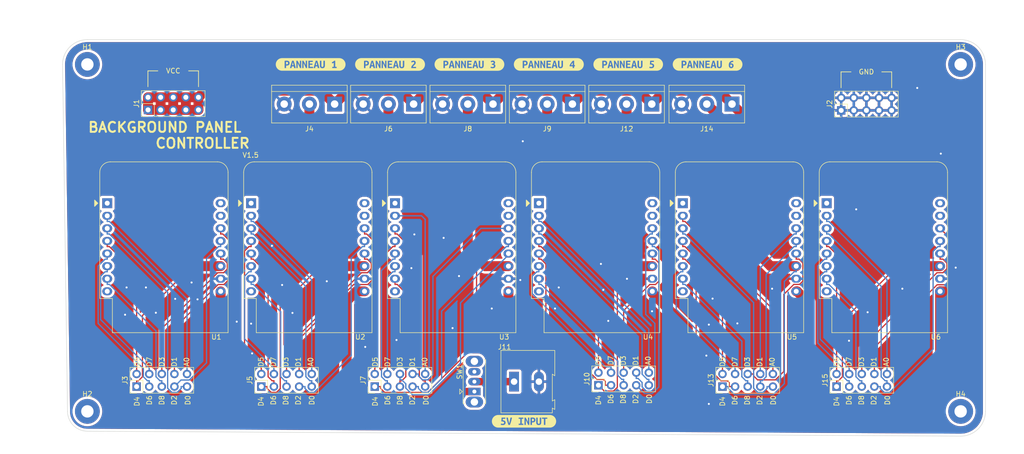
<source format=kicad_pcb>
(kicad_pcb (version 20221232) (generator pcbnew)
  (layers (0 "F.Cu" signal) (31 "B.Cu" signal) (34 "B.Paste" user) (35 "F.Paste" user) (36 "B.SilkS" user "B.Silkscreen") (37 "F.SilkS" user "F.Silkscreen") (38 "B.Mask" user) (39 "F.Mask" user) (44 "Edge.Cuts" user))
  (net 0 "")
  (net 3 "VCC")
  (net 4 "GND")
  (net 5 "/LED_1")
  (net 28 "/LED_2")
  (net 29 "/LED_3")
  (net 30 "/LED_4")
  (net 31 "/LED_5")
  (net 32 "/LED_6")
  (net 33 "/W1_D5")
  (net 34 "/W1_D6")
  (net 35 "/W1_D7")
  (net 36 "/W1_D8")
  (net 37 "/W1_D3")
  (net 38 "/W1_D2")
  (net 39 "/W1_D1")
  (net 40 "/W1_D0")
  (net 41 "/W1_A0")
  (net 42 "/W2_A0")
  (net 43 "/W2_D0")
  (net 44 "/W2_D5")
  (net 45 "/W2_D6")
  (net 46 "/W2_D7")
  (net 47 "/W2_D8")
  (net 48 "/W2_D3")
  (net 49 "/W2_D2")
  (net 50 "/W2_D1")
  (net 51 "/W3_A0")
  (net 52 "/W3_D0")
  (net 53 "/W3_D5")
  (net 54 "/W3_D6")
  (net 55 "/W3_D7")
  (net 56 "/W3_D8")
  (net 57 "/W3_D3")
  (net 58 "/W3_D2")
  (net 59 "/W3_D1")
  (net 60 "/W4_A0")
  (net 61 "/W4_D0")
  (net 62 "/W4_D5")
  (net 63 "/W4_D6")
  (net 64 "/W4_D7")
  (net 65 "/W4_D8")
  (net 66 "/W4_D3")
  (net 67 "/W4_D2")
  (net 68 "/W4_D1")
  (net 69 "/W5_A0")
  (net 70 "/W5_D0")
  (net 71 "/W5_D5")
  (net 72 "/W5_D6")
  (net 73 "/W5_D7")
  (net 74 "/W5_D8")
  (net 75 "/W5_D3")
  (net 76 "/W5_D2")
  (net 77 "/W5_D1")
  (net 78 "/W6_A0")
  (net 79 "/W6_D0")
  (net 80 "/W6_D5")
  (net 81 "/W6_D6")
  (net 82 "/W6_D7")
  (net 83 "/W6_D8")
  (net 84 "/W6_D3")
  (net 85 "/W6_D2")
  (net 86 "/W6_D1")
  (net 87 "Net-(J11-Pin_1)")
  (footprint "Module:WEMOS_D1_mini_light" (layer "F.Cu") (at 184 76)
    (fp_text reference "U5")
    (fp_text value "WeMos_D1_mini")
  )
  (footprint "Connector_PinHeader_2.54mm:PinHeader_2x05_P2.54mm_Vertical" (layer "F.Cu") (at 76.225 57.175 90)
    (fp_text reference "J1")
    (fp_text value "Conn_02x05_Counter_Clockwise")
  )
  (footprint "kibuzzard-61C0C1C1" (layer "F.Cu") (at 152 120)
    (fp_text reference "kibuzzard-61C0C1C1" hide)
    (fp_text value "G***" hide)
  )
  (footprint "Module:WEMOS_D1_mini_light" (layer "F.Cu") (at 155 76)
    (fp_text reference "U4")
    (fp_text value "WeMos_D1_mini")
  )
  (footprint "Module:WEMOS_D1_mini_light" (layer "F.Cu") (at 97 76)
    (fp_text reference "U2")
    (fp_text value "WeMos_D1_mini")
  )
  (footprint "Connector_PinHeader_2.54mm:PinHeader_2x05_P2.54mm_Vertical" (layer "F.Cu") (at 99.06 113 90)
    (fp_text reference "J5")
    (fp_text value "Conn_02x05_Counter_Clockwise")
  )
  (footprint "Module:WEMOS_D1_mini_light" (layer "F.Cu") (at 68 76)
    (fp_text reference "U1")
    (fp_text value "WeMos_D1_mini")
  )
  (footprint "Connector_PinHeader_2.54mm:PinHeader_2x05_P2.54mm_Vertical" (layer "F.Cu") (at 121.92 113 90)
    (fp_text reference "J7")
    (fp_text value "Conn_02x05_Counter_Clockwise")
  )
  (footprint "kibuzzard-61C0C17C" (layer "F.Cu") (at 125 48)
    (fp_text reference "kibuzzard-61C0C17C" hide)
    (fp_text value "G***" hide)
  )
  (footprint "kibuzzard-61C0C1B5" (layer "F.Cu") (at 189 48)
    (fp_text reference "kibuzzard-61C0C1B5" hide)
    (fp_text value "G***" hide)
  )
  (footprint "kibuzzard-61C0C1A2" (layer "F.Cu") (at 157 48)
    (fp_text reference "kibuzzard-61C0C1A2" hide)
    (fp_text value "G***" hide)
  )
  (footprint "MountingHole:MountingHole_2.5mm_Pad" (layer "F.Cu") (at 64 118)
    (fp_text reference "H2")
    (fp_text value "MountingHole")
  )
  (footprint "TerminalBlock:TerminalBlock_Altech_AK300-2_P5.00mm" (layer "F.Cu") (at 150 112)
    (fp_text reference "J11")
    (fp_text value "Conn_01x02")
  )
  (footprint "Module:WEMOS_D1_mini_light" (layer "F.Cu") (at 213 76)
    (fp_text reference "U6")
    (fp_text value "WeMos_D1_mini")
  )
  (footprint "MountingHole:MountingHole_2.5mm_Pad" (layer "F.Cu") (at 240 118)
    (fp_text reference "H4")
    (fp_text value "MountingHole")
  )
  (footprint "Connector_PinHeader_2.54mm:PinHeader_2x05_P2.54mm_Vertical" (layer "F.Cu") (at 214.995 113 90)
    (fp_text reference "J15")
    (fp_text value "Conn_02x05_Counter_Clockwise")
  )
  (footprint "Connector_PinHeader_2.54mm:PinHeader_2x05_P2.54mm_Vertical" (layer "F.Cu") (at 73.925 113 90)
    (fp_text reference "J3")
    (fp_text value "Conn_02x05_Counter_Clockwise")
  )
  (footprint "TerminalBlock:TerminalBlock_bornier-3_P5.08mm" (layer "F.Cu") (at 113.83 56 180)
    (fp_text reference "J4")
    (fp_text value "Conn_01x03")
  )
  (footprint "kibuzzard-61C0C1AB" (layer "F.Cu") (at 173 48)
    (fp_text reference "kibuzzard-61C0C1AB" hide)
    (fp_text value "G***" hide)
  )
  (footprint "TerminalBlock:TerminalBlock_bornier-3_P5.08mm" (layer "F.Cu") (at 129.75 56 180)
    (fp_text reference "J6")
    (fp_text value "Conn_01x03")
  )
  (footprint "Connector_PinHeader_2.54mm:PinHeader_2x05_P2.54mm_Vertical" (layer "F.Cu") (at 192 113 90)
    (fp_text reference "J13")
    (fp_text value "Conn_02x05_Counter_Clockwise")
  )
  (footprint "kibuzzard-61C0C198" (layer "F.Cu") (at 141 48)
    (fp_text reference "kibuzzard-61C0C198" hide)
    (fp_text value "G***" hide)
  )
  (footprint "kibuzzard-61C0C16B" (layer "F.Cu") (at 109 48)
    (fp_text reference "kibuzzard-61C0C16B" hide)
    (fp_text value "G***" hide)
  )
  (footprint "TerminalBlock:TerminalBlock_bornier-3_P5.08mm" (layer "F.Cu") (at 177.75 56 180)
    (fp_text reference "J12")
    (fp_text value "Conn_01x03")
  )
  (footprint "MountingHole:MountingHole_2.5mm_Pad" (layer "F.Cu") (at 64 48)
    (fp_text reference "H1")
    (fp_text value "MountingHole")
  )
  (footprint "Module:WEMOS_D1_mini_light" (layer "F.Cu") (at 126 76)
    (fp_text reference "U3")
    (fp_text value "WeMos_D1_mini")
  )
  (footprint "TerminalBlock:TerminalBlock_bornier-3_P5.08mm" (layer "F.Cu") (at 145.75 56 180)
    (fp_text reference "J8")
    (fp_text value "Conn_01x03")
  )
  (footprint "Button_Switch_THT:SW_Slide_1P2T_CK_OS102011MS2Q" (layer "F.Cu") (at 142 114 90)
    (fp_text reference "SW1")
    (fp_text value "SW_SPDT")
  )
  (footprint "Connector_PinHeader_2.54mm:PinHeader_2x05_P2.54mm_Vertical" (layer "F.Cu") (at 167 112.725 90)
    (fp_text reference "J10")
    (fp_text value "Conn_02x05_Counter_Clockwise")
  )
  (footprint "TerminalBlock:TerminalBlock_bornier-3_P5.08mm" (layer "F.Cu") (at 161.75 56 180)
    (fp_text reference "J9")
    (fp_text value "Conn_01x03")
  )
  (footprint "MountingHole:MountingHole_2.5mm_Pad" (layer "F.Cu") (at 240 48)
    (fp_text reference "H3")
    (fp_text value "MountingHole")
  )
  (footprint "TerminalBlock:TerminalBlock_bornier-3_P5.08mm" (layer "F.Cu") (at 193.92 56 180)
    (fp_text reference "J14")
    (fp_text value "Conn_01x03")
  )
  (footprint "Connector_PinHeader_2.54mm:PinHeader_2x05_P2.54mm_Vertical" (layer "F.Cu") (at 215.925 57.275 90)
    (fp_text reference "J2")
    (fp_text value "Conn_02x05_Counter_Clockwise")
  )
  (gr_line (start 86.4 52.5) (end 86.4 49.3) (stroke (width 0.15)) (layer "F.SilkS"))
  (gr_line (start 215.9 49.5) (end 217.9 49.5) (stroke (width 0.15)) (layer "F.SilkS"))
  (gr_line (start 76.2 49.3) (end 78.2 49.3) (stroke (width 0.15)) (layer "F.SilkS"))
  (gr_line (start 226.1 52.7) (end 226.1 49.5) (stroke (width 0.15)) (layer "F.SilkS"))
  (gr_line (start 86.4 49.3) (end 84.4 49.3) (stroke (width 0.15)) (layer "F.SilkS"))
  (gr_line (start 226.1 49.5) (end 224.1 49.5) (stroke (width 0.15)) (layer "F.SilkS"))
  (gr_line (start 76.2 52.5) (end 76.2 49.3) (stroke (width 0.15)) (layer "F.SilkS"))
  (gr_line (start 215.9 52.7) (end 215.9 49.5) (stroke (width 0.15)) (layer "F.SilkS"))
  (gr_arc (start 59 48) (mid 60.464466 44.464466) (end 64 43) (stroke (width 0.1)) (layer "Edge.Cuts"))
  (gr_line (start 245 48) (end 245 118) (stroke (width 0.1)) (layer "Edge.Cuts"))
  (gr_arc (start 64 122) (mid 61.171573 120.828427) (end 60 118) (stroke (width 0.1)) (layer "Edge.Cuts"))
  (gr_line (start 64 43) (end 240 43) (stroke (width 0.1)) (layer "Edge.Cuts"))
  (gr_line (start 60 118) (end 59 48) (stroke (width 0.1)) (layer "Edge.Cuts"))
  (gr_arc (start 245 118) (mid 243.535534 121.535534) (end 240 123) (stroke (width 0.1)) (layer "Edge.Cuts"))
  (gr_line (start 240 123) (end 64 122) (stroke (width 0.1)) (layer "Edge.Cuts"))
  (gr_arc (start 240 43) (mid 243.535534 44.464466) (end 245 48) (stroke (width 0.1)) (layer "Edge.Cuts"))
  (gr_text "D6" (at 194.5 115.75 90) (layer "F.SilkS") (effects (font (size 1 1))))
  (gr_text "D7" (at 217.5 108 90) (layer "F.SilkS") (effects (font (size 1 1))))
  (gr_text "A0" (at 177 107.75 90) (layer "F.SilkS") (effects (font (size 1 1))))
  (gr_text "A0" (at 132 108 90) (layer "F.SilkS") (effects (font (size 1 1))))
  (gr_text "D0" (at 177.25 115.5 90) (layer "F.SilkS") (effects (font (size 1 1))))
  (gr_text "A0" (at 225 108 90) (layer "F.SilkS") (effects (font (size 1 1))))
  (gr_text "D7" (at 101.5 108 90) (layer "F.SilkS") (effects (font (size 1 1))))
  (gr_text "D8" (at 197 115.75 90) (layer "F.SilkS") (effects (font (size 1 1))))
  (gr_text "D4" (at 192 116 90) (layer "F.SilkS") (effects (font (size 1 1))))
  (gr_text "D8" (at 104 115.75 90) (layer "F.SilkS") (effects (font (size 1 1))))
  (gr_text "D5" (at 192 108 90) (layer "F.SilkS") (effects (font (size 1 1))))
  (gr_text "D3" (at 79 108 90) (layer "F.SilkS") (effects (font (size 1 1))))
  (gr_text "BACKGROUND PANEL\n          CONTROLLER" (at 79.6 62.3) (layer "F.SilkS") (effects (font (size 2 2) (thickness 0.4))))
  (gr_text "D7" (at 124.5 108 90) (layer "F.SilkS") (effects (font (size 1 1))))
  (gr_text "D2" (at 174.5 115.5 90) (layer "F.SilkS") (effects (font (size 1 1))))
  (gr_text "D2" (at 222.5 115.75 90) (layer "F.SilkS") (effects (font (size 1 1))))
  (gr_text "D3" (at 197 108 90) (layer "F.SilkS") (effects (font (size 1 1))))
  (gr_text "D2" (at 129.5 115.75 90) (layer "F.SilkS") (effects (font (size 1 1))))
  (gr_text "D1" (at 222.5 108 90) (layer "F.SilkS") (effects (font (size 1 1))))
  (gr_text "A0" (at 84 108 90) (layer "F.SilkS") (effects (font (size 1 1))))
  (gr_text "D0" (at 225.25 115.75 90) (layer "F.SilkS") (effects (font (size 1 1))))
  (gr_text "D5" (at 99 108 90) (layer "F.SilkS") (effects (font (size 1 1))))
  (gr_text "D1" (at 199.5 108 90) (layer "F.SilkS") (effects (font (size 1 1))))
  (gr_text "D5" (at 122 108 90) (layer "F.SilkS") (effects (font (size 1 1))))
  (gr_text "D6" (at 76.5 115.75 90) (layer "F.SilkS") (effects (font (size 1 1))))
  (gr_text "D1" (at 174.5 107.75 90) (layer "F.SilkS") (effects (font (size 1 1))))
  (gr_text "D4" (at 122 116 90) (layer "F.SilkS") (effects (font (size 1 1))))
  (gr_text "D3" (at 220 108 90) (layer "F.SilkS") (effects (font (size 1 1))))
  (gr_text "D8" (at 172 115.5 90) (layer "F.SilkS") (effects (font (size 1 1))))
  (gr_text "D1" (at 106.5 108 90) (layer "F.SilkS") (effects (font (size 1 1))))
  (gr_text "D8" (at 127 115.75 90) (layer "F.SilkS") (effects (font (size 1 1))))
  (gr_text "D7" (at 194.5 108 90) (layer "F.SilkS") (effects (font (size 1 1))))
  (gr_text "D5" (at 74 108 90) (layer "F.SilkS") (effects (font (size 1 1))))
  (gr_text "D6" (at 169.5 115.5 90) (layer "F.SilkS") (effects (font (size 1 1))))
  (gr_text "D2" (at 199.5 115.75 90) (layer "F.SilkS") (effects (font (size 1 1))))
  (gr_text "GND" (at 221 49.5) (layer "F.SilkS") (effects (font (size 1 1))))
  (gr_text "D1" (at 81.5 108 90) (layer "F.SilkS") (effects (font (size 1 1))))
  (gr_text "D3" (at 172 107.75 90) (layer "F.SilkS") (effects (font (size 1 1))))
  (gr_text "D1" (at 129.5 108 90) (layer "F.SilkS") (effects (font (size 1 1))))
  (gr_text "D7" (at 76.5 108 90) (layer "F.SilkS") (effects (font (size 1 1))))
  (gr_text "D5" (at 167 107.75 90) (layer "F.SilkS") (effects (font (size 1 1))))
  (gr_text "D0" (at 202.25 115.75 90) (layer "F.SilkS") (effects (font (size 1 1))))
  (gr_text "D4" (at 215 116 90) (layer "F.SilkS") (effects (font (size 1 1))))
  (gr_text "D8" (at 79 115.75 90) (layer "F.SilkS") (effects (font (size 1 1))))
  (gr_text "V1.5" (at 96.9 66.3) (layer "F.SilkS") (effects (font (size 1 1))))
  (gr_text "D4" (at 167 115.75 90) (layer "F.SilkS") (effects (font (size 1 1))))
  (gr_text "D6" (at 101.5 115.75 90) (layer "F.SilkS") (effects (font (size 1 1))))
  (gr_text "A0" (at 109 108 90) (layer "F.SilkS") (effects (font (size 1 1))))
  (gr_text "D3" (at 104 108 90) (layer "F.SilkS") (effects (font (size 1 1))))
  (gr_text "VCC" (at 81.3 49.3) (layer "F.SilkS") (effects (font (size 1 1))))
  (gr_text "D5" (at 215 108 90) (layer "F.SilkS") (effects (font (size 1 1))))
  (gr_text "D4" (at 74 116 90) (layer "F.SilkS") (effects (font (size 1 1))))
  (gr_text "D6" (at 217.5 115.75 90) (layer "F.SilkS") (effects (font (size 1 1))))
  (gr_text "D6" (at 124.5 115.75 90) (layer "F.SilkS") (effects (font (size 1 1))))
  (gr_text "D3" (at 127 108 90) (layer "F.SilkS") (effects (font (size 1 1))))
  (gr_text "D4" (at 99 116 90) (layer "F.SilkS") (effects (font (size 1 1))))
  (gr_text "D0" (at 109.25 115.75 90) (layer "F.SilkS") (effects (font (size 1 1))))
  (gr_text "D2" (at 106.5 115.75 90) (layer "F.SilkS") (effects (font (size 1 1))))
  (gr_text "D2" (at 81.5 115.75 90) (layer "F.SilkS") (effects (font (size 1 1))))
  (gr_text "D7" (at 169.5 107.75 90) (layer "F.SilkS") (effects (font (size 1 1))))
  (gr_text "D0" (at 132.25 115.75 90) (layer "F.SilkS") (effects (font (size 1 1))))
  (gr_text "D0" (at 84.25 115.75 90) (layer "F.SilkS") (effects (font (size 1 1))))
  (gr_text "D8" (at 220 115.75 90) (layer "F.SilkS") (effects (font (size 1 1))))
  (gr_text "A0" (at 202 108 90) (layer "F.SilkS") (effects (font (size 1 1))))
  (segment (start 86.385 54.635) (end 86.385 57.175) (width 2) (layer "F.Cu") (net 3))
  (segment (start 242.25 91) (end 242.25 65.25) (width 2) (layer "F.Cu") (net 3))
  (segment (start 242.25 65.25) (end 238 61) (width 2) (layer "F.Cu") (net 3))
  (segment (start 143.05 53.3005) (end 145.75 56) (width 2) (layer "F.Cu") (net 3))
  (segment (start 142 114) (end 139 114) (width 1.5) (layer "F.Cu") (net 3))
  (segment (start 116.53 53.3005) (end 127.05 53.3005) (width 2) (layer "F.Cu") (net 3))
  (segment (start 129.75 56) (end 132.45 53.3005) (width 2) (layer "F.Cu") (net 3))
  (segment (start 81.305 54.635) (end 83.845 54.635) (width 2) (layer "F.Cu") (net 3))
  (segment (start 116.5 119.75) (end 136.75 119.75) (width 2) (layer "F.Cu") (net 3))
  (segment (start 209 119.75) (end 233.5 119.75) (width 2) (layer "F.Cu") (net 3))
  (segment (start 185 101.25) (end 185 119.75) (width 2) (layer "F.Cu") (net 3))
  (segment (start 148.86 99.780154) (end 162.75 113.670154) (width 2) (layer "F.Cu") (net 3))
  (segment (start 185 119.75) (end 209 119.75) (width 2) (layer "F.Cu") (net 3))
  (segment (start 90.86 117.11) (end 93.5 119.75) (width 2) (layer "F.Cu") (net 3))
  (segment (start 78.765 57.175) (end 76.225 57.175) (width 2) (layer "F.Cu") (net 3))
  (segment (start 235.86 117.39) (end 235.86 93.78) (width 2) (layer "F.Cu") (net 3))
  (segment (start 113.83 56) (end 116.53 53.3005) (width 2) (layer "F.Cu") (net 3))
  (segment (start 78.765 54.635) (end 78.765 57.175) (width 2) (layer "F.Cu") (net 3))
  (segment (start 209.25 119.5) (end 209 119.75) (width 2) (layer "F.Cu") (net 3))
  (segment (start 207.03 93.78) (end 209.25 96) (width 2) (layer "F.Cu") (net 3))
  (segment (start 83.845 57.175) (end 81.305 57.175) (width 2) (layer "F.Cu") (net 3))
  (segment (start 76.225 54.635) (end 78.765 54.635) (width 2) (layer "F.Cu") (net 3))
  (segment (start 145.75 56) (end 148.45 53.3005) (width 2) (layer "F.Cu") (net 3))
  (segment (start 93.5 119.75) (end 116.5 119.75) (width 2) (layer "F.Cu") (net 3))
  (segment (start 139 114) (end 136.75 116.25) (width 1.5) (layer "F.Cu") (net 3))
  (segment (start 132.45 53.3005) (end 143.05 53.3005) (width 2) (layer "F.Cu") (net 3))
  (segment (start 161.75 56) (end 164.45 53.3005) (width 2) (layer "F.Cu") (net 3))
  (segment (start 136.75 116.25) (end 136.75 119.75) (width 1.5) (layer "F.Cu") (net 3))
  (segment (start 127.05 53.3005) (end 129.75 56) (width 2) (layer "F.Cu") (net 3))
  (segment (start 76.225 57.175) (end 76.225 54.635) (width 2) (layer "F.Cu") (net 3))
  (segment (start 206.86 93.78) (end 207.03 93.78) (width 2) (layer "F.Cu") (net 3))
  (segment (start 147.25 119.75) (end 162.75 119.75) (width 2) (layer "F.Cu") (net 3))
  (segment (start 239.47 93.78) (end 242.25 91) (width 2) (layer "F.Cu") (net 3))
  (segment (start 209.25 96) (end 209.25 119.5) (width 2) (layer "F.Cu") (net 3))
  (segment (start 198.92 61) (end 193.92 56) (width 2) (layer "F.Cu") (net 3))
  (segment (start 148.45 53.3005) (end 159.05 53.3005) (width 2) (layer "F.Cu") (net 3))
  (segment (start 162.75 119.75) (end 185 119.75) (width 2) (layer "F.Cu") (net 3))
  (segment (start 175.05 53.3005) (end 177.75 56) (width 2) (layer "F.Cu") (net 3))
  (segment (start 86.385 57.175) (end 83.845 57.175) (width 2) (layer "F.Cu") (net 3))
  (segment (start 159.05 53.3005) (end 161.75 56) (width 2) (layer "F.Cu") (net 3))
  (segment (start 177.86 94.11) (end 185 101.25) (width 2) (layer "F.Cu") (net 3))
  (segment (start 148.86 93.78) (end 148.86 99.780154) (width 2) (layer "F.Cu") (net 3))
  (segment (start 78.765 54.635) (end 81.305 54.635) (width 2) (layer "F.Cu") (net 3))
  (segment (start 118.22 93.78) (end 116.25 95.75) (width 2) (layer "F.Cu") (net 3))
  (segment (start 164.45 53.3005) (end 175.05 53.3005) (width 2) (layer "F.Cu") (net 3))
  (segment (start 116.25 95.75) (end 116.25 119.5) (width 2) (layer "F.Cu") (net 3))
  (segment (start 81.305 57.175) (end 78.765 57.175) (width 2) (layer "F.Cu") (net 3))
  (segment (start 83.845 54.635) (end 83.845 57.175) (width 2) (layer "F.Cu") (net 3))
  (segment (start 136.75 119.75) (end 147.25 119.75) (width 2) (layer "F.Cu") (net 3))
  (segment (start 177.75 56) (end 180.45 53.3005) (width 2) (layer "F.Cu") (net 3))
  (segment (start 87.719511 53.300489) (end 86.385 54.635) (width 2) (layer "F.Cu") (net 3))
  (segment (start 90.86 93.78) (end 90.86 117.11) (width 2) (layer "F.Cu") (net 3))
  (segment (start 238 61) (end 198.92 61) (width 2) (layer "F.Cu") (net 3))
  (segment (start 235.86 93.78) (end 239.47 93.78) (width 2) (layer "F.Cu") (net 3))
  (segment (start 177.86 93.78) (end 177.86 94.11) (width 2) (layer "F.Cu") (net 3))
  (segment (start 111.130489 53.300489) (end 87.719511 53.300489) (width 2) (layer "F.Cu") (net 3))
  (segment (start 81.305 54.635) (end 81.305 57.175) (width 2) (layer "F.Cu") (net 3))
  (segment (start 191.22 53.3005) (end 193.92 56) (width 2) (layer "F.Cu") (net 3))
  (segment (start 116.25 119.5) (end 116.5 119.75) (width 2) (layer "F.Cu") (net 3))
  (segment (start 83.845 54.635) (end 86.385 54.635) (width 2) (layer "F.Cu") (net 3))
  (segment (start 233.5 119.75) (end 235.86 117.39) (width 2) (layer "F.Cu") (net 3))
  (segment (start 162.75 113.670154) (end 162.75 119.75) (width 2) (layer "F.Cu") (net 3))
  (segment (start 119.86 93.78) (end 118.22 93.78) (width 2) (layer "F.Cu") (net 3))
  (segment (start 113.83 56) (end 111.130489 53.300489) (width 2) (layer "F.Cu") (net 3))
  (segment (start 180.45 53.3005) (end 191.22 53.3005) (width 2) (layer "F.Cu") (net 3))
  (via (at 85 92) (size 0.8) (drill 0.4) (layers "F.Cu" "B.Cu") (net 4))
  (via (at 81.7 95.3) (size 0.8) (drill 0.4) (layers "F.Cu" "B.Cu") (net 4))
  (via (at 231.25 52.75) (size 0.8) (drill 0.4) (layers "F.Cu" "B.Cu") (net 4))
  (via (at 151.75 63.5) (size 0.8) (drill 0.4) (layers "F.Cu" "B.Cu") (net 4))
  (via (at 239 89) (size 0.8) (drill 0.4) (layers "F.Cu" "B.Cu") (net 4))
  (via (at 77.8 98.1) (size 0.8) (drill 0.4) (layers "F.Cu" "B.Cu") (net 4))
  (via (at 103.25 92.5) (size 0.8) (drill 0.4) (layers "F.Cu" "B.Cu") (net 4))
  (via (at 236 66) (size 0.8) (drill 0.4) (layers "F.Cu" "B.Cu") (net 4))
  (via (at 120 105) (size 0.8) (drill 0.4) (layers "F.Cu" "B.Cu") (net 4))
  (via (at 177.8 97.8) (size 0.8) (drill 0.4) (layers "F.Cu" "B.Cu") (net 4))
  (via (at 71.6 98.5) (size 0.8) (drill 0.4) (layers "F.Cu" "B.Cu") (net 4))
  (via (at 71.9 93) (size 0.8) (drill 0.4) (layers "F.Cu" "B.Cu") (net 4))
  (via (at 126.3 103.6) (size 0.8) (drill 0.4) (layers "F.Cu" "B.Cu") (net 4))
  (via (at 217.5 103.75) (size 0.8) (drill 0.4) (layers "F.Cu" "B.Cu") (net 4))
  (via (at 129.3 89.1) (size 0.8) (drill 0.4) (layers "F.Cu" "B.Cu") (net 4))
  (via (at 221.25 98) (size 0.8) (drill 0.4) (layers "F.Cu" "B.Cu") (net 4))
  (via (at 168.980195 99.74409) (size 0.8) (drill 0.4) (layers "F.Cu" "B.Cu") (net 4))
  (via (at 145.5 97.25) (size 0.8) (drill 0.4) (layers "F.Cu" "B.Cu") (net 4))
  (via (at 158.25 97.25) (size 0.8) (drill 0.4) (layers "F.Cu" "B.Cu") (net 4))
  (via (at 105.333338 98.138887) (size 0.8) (drill 0.4) (layers "F.Cu" "B.Cu") (net 4))
  (via (at 97.2 106.3) (size 0.8) (drill 0.4) (layers "F.Cu" "B.Cu") (net 4))
  (via (at 172.75 91.25) (size 0.8) (drill 0.4) (layers "F.Cu" "B.Cu") (net 4))
  (via (at 151.25 91.5) (size 0.8) (drill 0.4) (layers "F.Cu" "B.Cu") (net 4))
  (via (at 189.25 100.5) (size 0.8) (drill 0.4) (layers "F.Cu" "B.Cu") (net 4))
  (via (at 94.1 99.9) (size 0.8) (drill 0.4) (layers "F.Cu" "B.Cu") (net 4))
  (via (at 138.9 90.7) (size 0.8) (drill 0.4) (layers "F.Cu" "B.Cu") (net 4))
  (via (at 189.25 116.5) (size 0.8) (drill 0.4) (layers "F.Cu" "B.Cu") (net 4))
  (via (at 218.95 77.24) (size 0.8) (drill 0.4) (layers "F.Cu" "B.Cu") (net 4))
  (via (at 112.25 91.75) (size 0.8) (drill 0.4) (layers "F.Cu" "B.Cu") (net 4))
  (via (at 188.75 106.75) (size 0.8) (drill 0.4) (layers "F.Cu" "B.Cu") (net 4))
  (via (at 97 100.3) (size 0.8) (drill 0.4) (layers "F.Cu" "B.Cu") (net 4))
  (via (at 129.9 82.3) (size 0.8) (drill 0.4) (layers "F.Cu" "B.Cu") (net 4))
  (via (at 202 93.25) (size 0.8) (drill 0.4) (layers "F.Cu" "B.Cu") (net 4))
  (via (at 75.8 93) (size 0.8) (drill 0.4) (layers "F.Cu" "B.Cu") (net 4))
  (via (at 190 95.25) (size 0.8) (drill 0.4) (layers "F.Cu" "B.Cu") (net 4))
  (via (at 159 93) (size 0.8) (drill 0.4) (layers "F.Cu" "B.Cu") (net 4))
  (via (at 101.2 84.6) (size 0.8) (drill 0.4) (layers "F.Cu" "B.Cu") (net 4))
  (via (at 228.25 93.25) (size 0.8) (drill 0.4) (layers "F.Cu" "B.Cu") (net 4))
  (via (at 86.2 95.4) (size 0.8) (drill 0.4) (layers "F.Cu" "B.Cu") (net 4))
  (via (at 167.5 88.25) (size 0.8) (drill 0.4) (layers "F.Cu" "B.Cu") (net 4))
  (via (at 167.974237 93.476202) (size 0.8) (drill 0.4) (layers "F.Cu" "B.Cu") (net 4))
  (via (at 135.8 83) (size 0.8) (drill 0.4) (layers "F.Cu" "B.Cu") (net 4))
  (via (at 137.6 101.2) (size 0.8) (drill 0.4) (layers "F.Cu" "B.Cu") (net 4))
  (via (at 195 100.25) (size 0.8) (drill 0.4) (layers "F.Cu" "B.Cu") (net 4))
  (segment (start 82.25 66.75) (end 82.25 84.25) (width 2) (layer "F.Cu") (net 5))
  (segment (start 82.25 84.25) (end 85.8801 87.8801) (width 2) (layer "F.Cu") (net 5))
  (segment (start 108.75 59) (end 105.25 62.5) (width 2) (layer "F.Cu") (net 5))
  (segment (start 86.5 62.5) (end 82.25 66.75) (width 2) (layer "F.Cu") (net 5))
  (segment (start 85.8801 87.8801) (end 86.7 88.7) (width 2) (layer "F.Cu") (net 5))
  (segment (start 86.7 88.7) (end 90.86 88.7) (width 2) (layer "F.Cu") (net 5))
  (segment (start 85.8801 87.8801) (end 75.1003 98.6599) (width 0.25) (layer "F.Cu") (net 5))
  (segment (start 75.1003 98.6599) (end 75.1003 111.0168) (width 0.25) (layer "F.Cu") (net 5))
  (segment (start 108.75 56) (end 108.75 59) (width 2) (layer "F.Cu") (net 5))
  (segment (start 75.1003 111.0168) (end 74.2924 111.8247) (width 0.25) (layer "F.Cu") (net 5))
  (segment (start 74.2924 111.8247) (end 73.925 111.8247) (width 0.25) (layer "F.Cu") (net 5))
  (segment (start 73.925 113) (end 73.925 111.8247) (width 0.25) (layer "F.Cu") (net 5))
  (segment (start 105.25 62.5) (end 86.5 62.5) (width 2) (layer "F.Cu") (net 5))
  (segment (start 115.7 88.7) (end 119.86 88.7) (width 2) (layer "F.Cu") (net 28))
  (segment (start 100.2353 113.3674) (end 100.2353 113) (width 0.25) (layer "F.Cu") (net 28))
  (segment (start 114.75 64.5) (end 111 68.25) (width 2) (layer "F.Cu") (net 28))
  (segment (start 111 68.25) (end 111 84) (width 2) (layer "F.Cu") (net 28))
  (segment (start 102.1154 114.1753) (end 101.0432 114.1753) (width 0.25) (layer "F.Cu") (net 28))
  (segment (start 101.0432 114.1753) (end 100.2353 113.3674) (width 0.25) (layer "F.Cu") (net 28))
  (segment (start 102.87 113.4207) (end 102.1154 114.1753) (width 0.25) (layer "F.Cu") (net 28))
  (segment (start 111 84) (end 113.35 86.35) (width 2) (layer "F.Cu") (net 28))
  (segment (start 124.67 60.33) (end 120.5 64.5) (width 2) (layer "F.Cu") (net 28))
  (segment (start 99.06 113) (end 100.2353 113) (width 0.25) (layer "F.Cu") (net 28))
  (segment (start 102.87 96.83) (end 102.87 113.4207) (width 0.25) (layer "F.Cu") (net 28))
  (segment (start 113.35 86.35) (end 115.7 88.7) (width 2) (layer "F.Cu") (net 28))
  (segment (start 120.5 64.5) (end 114.75 64.5) (width 2) (layer "F.Cu") (net 28))
  (segment (start 124.67 56) (end 124.67 60.33) (width 2) (layer "F.Cu") (net 28))
  (segment (start 113.35 86.35) (end 102.87 96.83) (width 0.25) (layer "F.Cu") (net 28))
  (segment (start 123.0953 113.3674) (end 123.0953 113) (width 0.25) (layer "F.Cu") (net 29))
  (segment (start 144.2 88.7) (end 148.86 88.7) (width 2) (layer "F.Cu") (net 29))
  (segment (start 140.67 56) (end 140.67 85.17) (width 2) (layer "F.Cu") (net 29))
  (segment (start 123.9032 114.1753) (end 123.0953 113.3674) (width 0.25) (layer "F.Cu") (net 29))
  (segment (start 121.92 113) (end 123.0953 113) (width 0.25) (layer "F.Cu") (net 29))
  (segment (start 142.435 86.935) (end 144.2 88.7) (width 2) (layer "F.Cu") (net 29))
  (segment (start 132.5917 114.1753) (end 123.9032 114.1753) (width 0.25) (layer "F.Cu") (net 29))
  (segment (start 142.435 86.935) (end 142.435 104.332) (width 0.25) (layer "F.Cu") (net 29))
  (segment (start 142.435 104.332) (end 132.5917 114.1753) (width 0.25) (layer "F.Cu") (net 29))
  (segment (start 140.67 85.17) (end 142.435 86.935) (width 2) (layer "F.Cu") (net 29))
  (segment (start 156.67 61.17) (end 159.25 63.75) (width 2) (layer "F.Cu") (net 30))
  (segment (start 170.81 85.31) (end 170.81 113.1334) (width 0.25) (layer "F.Cu") (net 30))
  (segment (start 156.67 56) (end 156.67 61.17) (width 2) (layer "F.Cu") (net 30))
  (segment (start 170.81 85.31) (end 174.2 88.7) (width 2) (layer "F.Cu") (net 30))
  (segment (start 168.1828 113.9078) (end 167 112.725) (width 0.25) (layer "F.Cu") (net 30))
  (segment (start 165.75 63.75) (end 169.5 67.5) (width 2) (layer "F.Cu") (net 30))
  (segment (start 159.25 63.75) (end 165.75 63.75) (width 2) (layer "F.Cu") (net 30))
  (segment (start 174.2 88.7) (end 177.86 88.7) (width 2) (layer "F.Cu") (net 30))
  (segment (start 170.81 113.1334) (end 170.0356 113.9078) (width 0.25) (layer "F.Cu") (net 30))
  (segment (start 169.5 84) (end 170.81 85.31) (width 2) (layer "F.Cu") (net 30))
  (segment (start 170.0356 113.9078) (end 168.1828 113.9078) (width 0.25) (layer "F.Cu") (net 30))
  (segment (start 169.5 67.5) (end 169.5 84) (width 2) (layer "F.Cu") (net 30))
  (segment (start 172.67 61.92) (end 174.25 63.5) (width 2) (layer "F.Cu") (net 31))
  (segment (start 197.5 68) (end 197.5 84.5) (width 2) (layer "F.Cu") (net 31))
  (segment (start 193 63.5) (end 197.5 68) (width 2) (layer "F.Cu") (net 31))
  (segment (start 172.67 56) (end 172.67 61.92) (width 2) (layer "F.Cu") (net 31))
  (segment (start 174.25 63.5) (end 193 63.5) (width 2) (layer "F.Cu") (net 31))
  (segment (start 197.5 84.5) (end 201.7 88.7) (width 2) (layer "F.Cu") (net 31))
  (segment (start 201.7 88.7) (end 206.86 88.7) (width 2) (layer "F.Cu") (net 31))
  (segment (start 206.86 89.8253) (end 206.438 89.8253) (width 0.25) (layer "B.Cu") (net 31))
  (segment (start 192 113) (end 193.1753 113) (width 0.25) (layer "B.Cu") (net 31))
  (segment (start 204.4731 91.7902) (end 204.4731 112.3787) (width 0.25) (layer "B.Cu") (net 31))
  (segment (start 206.86 88.7) (end 206.86 89.8253) (width 0.25) (layer "B.Cu") (net 31))
  (segment (start 202.213 114.6388) (end 194.4468 114.6388) (width 0.25) (layer "B.Cu") (net 31))
  (segment (start 193.1753 113.3673) (end 193.1753 113) (width 0.25) (layer "B.Cu") (net 31))
  (segment (start 204.4731 112.3787) (end 202.213 114.6388) (width 0.25) (layer "B.Cu") (net 31))
  (segment (start 206.438 89.8253) (end 204.4731 91.7902) (width 0.25) (layer "B.Cu") (net 31))
  (segment (start 194.4468 114.6388) (end 193.1753 113.3673) (width 0.25) (layer "B.Cu") (net 31))
  (segment (start 229.1 72.53) (end 229.1 86.85) (width 2) (layer "F.Cu") (net 32))
  (segment (start 216.1703 99.7797) (end 216.1703 111.0168) (width 0.25) (layer "F.Cu") (net 32))
  (segment (start 214.995 113) (end 214.995 111.8247) (width 0.25) (layer "F.Cu") (net 32))
  (segment (start 216.1703 111.0168) (end 215.3624 111.8247) (width 0.25) (layer "F.Cu") (net 32))
  (segment (start 215.3624 111.8247) (end 214.995 111.8247) (width 0.25) (layer "F.Cu") (net 32))
  (segment (start 222.919511 66.349511) (end 229.1 72.53) (width 2) (layer "F.Cu") (net 32))
  (segment (start 229.1 86.85) (end 230.95 88.7) (width 2) (layer "F.Cu") (net 32))
  (segment (start 229.1 86.85) (end 216.1703 99.7797) (width 0.25) (layer "F.Cu") (net 32))
  (segment (start 188.84 56) (end 199.189511 66.349511) (width 2) (layer "F.Cu") (net 32))
  (segment (start 230.95 88.7) (end 235.86 88.7) (width 2) (layer "F.Cu") (net 32))
  (segment (start 199.189511 66.349511) (end 222.919511 66.349511) (width 2) (layer "F.Cu") (net 32))
  (segment (start 73.925 90.2483) (end 68.422 84.7453) (width 0.25) (layer "F.Cu") (net 33))
  (segment (start 73.925 110.46) (end 73.925 90.2483) (width 0.25) (layer "F.Cu") (net 33))
  (segment (start 68 83.62) (end 68 84.7453) (width 0.25) (layer "F.Cu") (net 33))
  (segment (start 68.422 84.7453) (end 68 84.7453) (width 0.25) (layer "F.Cu") (net 33))
  (segment (start 75.2897 109.3793) (end 66.1728 100.2624) (width 0.25) (layer "B.Cu") (net 34))
  (segment (start 67.578 87.2853) (end 68 87.2853) (width 0.25) (layer "B.Cu") (net 34))
  (segment (start 76.465 113) (end 76.465 111.8247) (width 0.25) (layer "B.Cu") (net 34))
  (segment (start 75.2897 111.0168) (end 75.2897 109.3793) (width 0.25) (layer "B.Cu") (net 34))
  (segment (start 66.1728 88.6905) (end 67.578 87.2853) (width 0.25) (layer "B.Cu") (net 34))
  (segment (start 76.0976 111.8247) (end 75.2897 111.0168) (width 0.25) (layer "B.Cu") (net 34))
  (segment (start 76.465 111.8247) (end 76.0976 111.8247) (width 0.25) (layer "B.Cu") (net 34))
  (segment (start 68 86.16) (end 68 87.2853) (width 0.25) (layer "B.Cu") (net 34))
  (segment (start 66.1728 100.2624) (end 66.1728 88.6905) (width 0.25) (layer "B.Cu") (net 34))
  (segment (start 66.6738 90.7295) (end 67.578 89.8253) (width 0.25) (layer "B.Cu") (net 35))
  (segment (start 67.578 89.8253) (end 68 89.8253) (width 0.25) (layer "B.Cu") (net 35))
  (segment (start 68 88.7) (end 68 89.8253) (width 0.25) (layer "B.Cu") (net 35))
  (segment (start 76.465 109.2847) (end 66.6738 99.4935) (width 0.25) (layer "B.Cu") (net 35))
  (segment (start 76.465 110.46) (end 76.465 109.2847) (width 0.25) (layer "B.Cu") (net 35))
  (segment (start 66.6738 99.4935) (end 66.6738 90.7295) (width 0.25) (layer "B.Cu") (net 35))
  (segment (start 68.422 92.3653) (end 68 92.3653) (width 0.25) (layer "B.Cu") (net 36))
  (segment (start 79.005 113) (end 79.005 111.8247) (width 0.25) (layer "B.Cu") (net 36))
  (segment (start 77.8297 101.773) (end 68.422 92.3653) (width 0.25) (layer "B.Cu") (net 36))
  (segment (start 68 91.24) (end 68 92.3653) (width 0.25) (layer "B.Cu") (net 36))
  (segment (start 77.8297 111.0168) (end 77.8297 101.773) (width 0.25) (layer "B.Cu") (net 36))
  (segment (start 78.6376 111.8247) (end 77.8297 111.0168) (width 0.25) (layer "B.Cu") (net 36))
  (segment (start 79.005 111.8247) (end 78.6376 111.8247) (width 0.25) (layer "B.Cu") (net 36))
  (segment (start 90.2647 90.0254) (end 91.4592 90.0254) (width 0.25) (layer "F.Cu") (net 37))
  (segment (start 92.2011 89.2835) (end 92.2011 88.0638) (width 0.25) (layer "F.Cu") (net 37))
  (segment (start 91.4592 90.0254) (end 92.2011 89.2835) (width 0.25) (layer "F.Cu") (net 37))
  (segment (start 79.005 101.2851) (end 90.2647 90.0254) (width 0.25) (layer "F.Cu") (net 37))
  (segment (start 79.005 110.46) (end 79.005 101.2851) (width 0.25) (layer "F.Cu") (net 37))
  (segment (start 90.86 86.16) (end 90.86 87.2853) (width 0.25) (layer "F.Cu") (net 37))
  (segment (start 92.2011 88.0638) (end 91.4226 87.2853) (width 0.25) (layer "F.Cu") (net 37))
  (segment (start 91.4226 87.2853) (end 90.86 87.2853) (width 0.25) (layer "F.Cu") (net 37))
  (segment (start 90.86 83.62) (end 90.86 84.7453) (width 0.25) (layer "B.Cu") (net 38))
  (segment (start 84.5357 111.6741) (end 82.8709 111.6741) (width 0.25) (layer "B.Cu") (net 38))
  (segment (start 90.86 84.7453) (end 90.438 84.7453) (width 0.25) (layer "B.Cu") (net 38))
  (segment (start 82.8709 111.6741) (end 81.545 113) (width 0.25) (layer "B.Cu") (net 38))
  (segment (start 88.0178 87.1655) (end 88.0178 108.192) (width 0.25) (layer "B.Cu") (net 38))
  (segment (start 90.438 84.7453) (end 88.0178 87.1655) (width 0.25) (layer "B.Cu") (net 38))
  (segment (start 88.0178 108.192) (end 84.5357 111.6741) (width 0.25) (layer "B.Cu") (net 38))
  (segment (start 91.5198 92.4101) (end 92.6775 91.2524) (width 0.25) (layer "F.Cu") (net 39))
  (segment (start 90.349 92.4101) (end 91.5198 92.4101) (width 0.25) (layer "F.Cu") (net 39))
  (segment (start 92.6775 83.6008) (end 91.282 82.2053) (width 0.25) (layer "F.Cu") (net 39))
  (segment (start 91.282 82.2053) (end 90.86 82.2053) (width 0.25) (layer "F.Cu") (net 39))
  (segment (start 90.86 81.08) (end 90.86 82.2053) (width 0.25) (layer "F.Cu") (net 39))
  (segment (start 81.545 101.2141) (end 90.349 92.4101) (width 0.25) (layer "F.Cu") (net 39))
  (segment (start 81.545 110.46) (end 81.545 101.2141) (width 0.25) (layer "F.Cu") (net 39))
  (segment (start 92.6775 91.2524) (end 92.6775 83.6008) (width 0.25) (layer "F.Cu") (net 39))
  (segment (start 68 81.08) (end 68 82.2053) (width 0.25) (layer "B.Cu") (net 40))
  (segment (start 82.9097 113.3674) (end 82.9097 113) (width 0.25) (layer "B.Cu") (net 40))
  (segment (start 80.1803 93.9636) (end 80.1803 113.326) (width 0.25) (layer "B.Cu") (net 40))
  (segment (start 68.422 82.2053) (end 80.1803 93.9636) (width 0.25) (layer "B.Cu") (net 40))
  (segment (start 84.085 113) (end 82.9097 113) (width 0.25) (layer "B.Cu") (net 40))
  (segment (start 68 82.2053) (end 68.422 82.2053) (width 0.25) (layer "B.Cu") (net 40))
  (segment (start 80.1803 113.326) (end 81.0296 114.1753) (width 0.25) (layer "B.Cu") (net 40))
  (segment (start 82.1018 114.1753) (end 82.9097 113.3674) (width 0.25) (layer "B.Cu") (net 40))
  (segment (start 81.0296 114.1753) (end 82.1018 114.1753) (width 0.25) (layer "B.Cu") (net 40))
  (segment (start 68.422 79.6653) (end 68 79.6653) (width 0.25) (layer "B.Cu") (net 41))
  (segment (start 84.085 95.3283) (end 68.422 79.6653) (width 0.25) (layer "B.Cu") (net 41))
  (segment (start 84.085 110.46) (end 84.085 95.3283) (width 0.25) (layer "B.Cu") (net 41))
  (segment (start 68 78.54) (end 68 79.6653) (width 0.25) (layer "B.Cu") (net 41))
  (segment (start 109.22 110.46) (end 109.22 109.2847) (width 0.25) (layer "B.Cu") (net 42))
  (segment (start 97.422 79.6653) (end 109.22 91.4633) (width 0.25) (layer "B.Cu") (net 42))
  (segment (start 97 78.54) (end 97 79.6653) (width 0.25) (layer "B.Cu") (net 42))
  (segment (start 97 79.6653) (end 97.422 79.6653) (width 0.25) (layer "B.Cu") (net 42))
  (segment (start 109.22 91.4633) (end 109.22 109.2847) (width 0.25) (layer "B.Cu") (net 42))
  (segment (start 97.422 82.2053) (end 97 82.2053) (width 0.25) (layer "B.Cu") (net 43))
  (segment (start 108.8526 111.8247) (end 108.0447 111.0168) (width 0.25) (layer "B.Cu") (net 43))
  (segment (start 108.0447 111.0168) (end 108.0447 92.828) (width 0.25) (layer "B.Cu") (net 43))
  (segment (start 108.0447 92.828) (end 97.422 82.2053) (width 0.25) (layer "B.Cu") (net 43))
  (segment (start 109.22 113) (end 109.22 111.8247) (width 0.25) (layer "B.Cu") (net 43))
  (segment (start 97 81.08) (end 97 82.2053) (width 0.25) (layer "B.Cu") (net 43))
  (segment (start 109.22 111.8247) (end 108.8526 111.8247) (width 0.25) (layer "B.Cu") (net 43))
  (segment (start 95.6738 85.6495) (end 96.578 84.7453) (width 0.25) (layer "F.Cu") (net 44))
  (segment (start 99.06 110.46) (end 99.06 109.2847) (width 0.25) (layer "F.Cu") (net 44))
  (segment (start 97 83.62) (end 97 84.7453) (width 0.25) (layer "F.Cu") (net 44))
  (segment (start 95.6738 105.8985) (end 95.6738 85.6495) (width 0.25) (layer "F.Cu") (net 44))
  (segment (start 99.06 109.2847) (end 95.6738 105.8985) (width 0.25) (layer "F.Cu") (net 44))
  (segment (start 96.578 84.7453) (end 97 84.7453) (width 0.25) (layer "F.Cu") (net 44))
  (segment (start 101.2326 111.8247) (end 100.4247 111.0168) (width 0.25) (layer "F.Cu") (net 45))
  (segment (start 101.6 111.8247) (end 101.2326 111.8247) (width 0.25) (layer "F.Cu") (net 45))
  (segment (start 101.6 113) (end 101.6 111.8247) (width 0.25) (layer "F.Cu") (net 45))
  (segment (start 97 86.16) (end 97 87.2853) (width 0.25) (layer "F.Cu") (net 45))
  (segment (start 100.4247 111.0168) (end 100.4247 90.288) (width 0.25) (layer "F.Cu") (net 45))
  (segment (start 97.422 87.2853) (end 97 87.2853) (width 0.25) (layer "F.Cu") (net 45))
  (segment (start 100.4247 90.288) (end 97.422 87.2853) (width 0.25) (layer "F.Cu") (net 45))
  (segment (start 95.6738 90.7295) (end 96.578 89.8253) (width 0.25) (layer "B.Cu") (net 46))
  (segment (start 96.578 89.8253) (end 97 89.8253) (width 0.25) (layer "B.Cu") (net 46))
  (segment (start 101.6 109.2847) (end 95.6738 103.3585) (width 0.25) (layer "B.Cu") (net 46))
  (segment (start 101.6 110.46) (end 101.6 109.2847) (width 0.25) (layer "B.Cu") (net 46))
  (segment (start 97 88.7) (end 97 89.8253) (width 0.25) (layer "B.Cu") (net 46))
  (segment (start 95.6738 103.3585) (end 95.6738 90.7295) (width 0.25) (layer "B.Cu") (net 46))
  (segment (start 104.14 113) (end 104.14 111.8247) (width 0.25) (layer "B.Cu") (net 47))
  (segment (start 97 91.24) (end 97 92.3653) (width 0.25) (layer "B.Cu") (net 47))
  (segment (start 102.9647 97.908) (end 97.422 92.3653) (width 0.25) (layer "B.Cu") (net 47))
  (segment (start 103.7726 111.8247) (end 102.9647 111.0168) (width 0.25) (layer "B.Cu") (net 47))
  (segment (start 97.422 92.3653) (end 97 92.3653) (width 0.25) (layer "B.Cu") (net 47))
  (segment (start 102.9647 111.0168) (end 102.9647 97.908) (width 0.25) (layer "B.Cu") (net 47))
  (segment (start 104.14 111.8247) (end 103.7726 111.8247) (width 0.25) (layer "B.Cu") (net 47))
  (segment (start 119.86 86.16) (end 119.86 87.2853) (width 0.25) (layer "F.Cu") (net 48))
  (segment (start 104.14 110.46) (end 104.14 105.1313) (width 0.25) (layer "F.Cu") (net 48))
  (segment (start 104.14 105.1313) (end 119.2459 90.0254) (width 0.25) (layer "F.Cu") (net 48))
  (segment (start 121.2215 88.0842) (end 120.4226 87.2853) (width 0.25) (layer "F.Cu") (net 48))
  (segment (start 120.4253 90.0254) (end 121.2215 89.2292) (width 0.25) (layer "F.Cu") (net 48))
  (segment (start 121.2215 89.2292) (end 121.2215 88.0842) (width 0.25) (layer "F.Cu") (net 48))
  (segment (start 119.2459 90.0254) (end 120.4253 90.0254) (width 0.25) (layer "F.Cu") (net 48))
  (segment (start 120.4226 87.2853) (end 119.86 87.2853) (width 0.25) (layer "F.Cu") (net 48))
  (segment (start 108.6634 114.1754) (end 107.8553 113.3673) (width 0.25) (layer "B.Cu") (net 49))
  (segment (start 119.438 84.7453) (end 117.1742 87.0091) (width 0.25) (layer "B.Cu") (net 49))
  (segment (start 107.8553 113.3673) (end 107.8553 113) (width 0.25) (layer "B.Cu") (net 49))
  (segment (start 117.1742 106.7081) (end 109.7069 114.1754) (width 0.25) (layer "B.Cu") (net 49))
  (segment (start 117.1742 87.0091) (end 117.1742 106.7081) (width 0.25) (layer "B.Cu") (net 49))
  (segment (start 119.86 83.62) (end 119.86 84.7453) (width 0.25) (layer "B.Cu") (net 49))
  (segment (start 119.86 84.7453) (end 119.438 84.7453) (width 0.25) (layer "B.Cu") (net 49))
  (segment (start 106.68 113) (end 107.8553 113) (width 0.25) (layer "B.Cu") (net 49))
  (segment (start 109.7069 114.1754) (end 108.6634 114.1754) (width 0.25) (layer "B.Cu") (net 49))
  (segment (start 120.4983 92.4101) (end 121.6775 91.2309) (width 0.25) (layer "F.Cu") (net 50))
  (segment (start 106.68 103.4047) (end 117.6746 92.4101) (width 0.25) (layer "F.Cu") (net 50))
  (segment (start 119.86 81.08) (end 119.86 82.2053) (width 0.25) (layer "F.Cu") (net 50))
  (segment (start 120.282 82.2053) (end 119.86 82.2053) (width 0.25) (layer "F.Cu") (net 50))
  (segment (start 117.6746 92.4101) (end 120.4983 92.4101) (width 0.25) (layer "F.Cu") (net 50))
  (segment (start 121.6775 91.2309) (end 121.6775 83.6008) (width 0.25) (layer "F.Cu") (net 50))
  (segment (start 106.68 110.46) (end 106.68 103.4047) (width 0.25) (layer "F.Cu") (net 50))
  (segment (start 121.6775 83.6008) (end 120.282 82.2053) (width 0.25) (layer "F.Cu") (net 50))
  (segment (start 131.34 78.54) (end 126 78.54) (width 0.25) (layer "B.Cu") (net 51))
  (segment (start 132.08 79.28) (end 132.08 110.46) (width 0.25) (layer "B.Cu") (net 51))
  (segment (start 132.08 79.28) (end 131.34 78.54) (width 0.25) (layer "B.Cu") (net 51))
  (segment (start 131.7126 111.8247) (end 132.08 111.8247) (width 0.25) (layer "F.Cu") (net 52))
  (segment (start 130.9047 111.0168) (end 131.7126 111.8247) (width 0.25) (layer "F.Cu") (net 52))
  (segment (start 126 81.08) (end 126 82.2053) (width 0.25) (layer "F.Cu") (net 52))
  (segment (start 126.422 82.2053) (end 130.9047 86.688) (width 0.25) (layer "F.Cu") (net 52))
  (segment (start 126 82.2053) (end 126.422 82.2053) (width 0.25) (layer "F.Cu") (net 52))
  (segment (start 130.9047 86.688) (end 130.9047 111.0168) (width 0.25) (layer "F.Cu") (net 52))
  (segment (start 132.08 113) (end 132.08 111.8247) (width 0.25) (layer "F.Cu") (net 52))
  (segment (start 121.92 110.46) (end 121.92 109.2847) (width 0.25) (layer "F.Cu") (net 53))
  (segment (start 126 84.7453) (end 125.578 84.7453) (width 0.25) (layer "F.Cu") (net 53))
  (segment (start 122.407 108.7977) (end 121.92 109.2847) (width 0.25) (layer "F.Cu") (net 53))
  (segment (start 126 83.62) (end 126 84.7453) (width 0.25) (layer "F.Cu") (net 53))
  (segment (start 125.578 84.7453) (end 122.407 87.9163) (width 0.25) (layer "F.Cu") (net 53))
  (segment (start 122.407 87.9163) (end 122.407 108.7977) (width 0.25) (layer "F.Cu") (net 53))
  (segment (start 124.0926 111.8247) (end 123.2847 111.0168) (width 0.25) (layer "B.Cu") (net 54))
  (segment (start 123.2847 89.5786) (end 125.578 87.2853) (width 0.25) (layer "B.Cu") (net 54))
  (segment (start 125.578 87.2853) (end 126 87.2853) (width 0.25) (layer "B.Cu") (net 54))
  (segment (start 123.2847 111.0168) (end 123.2847 89.5786) (width 0.25) (layer "B.Cu") (net 54))
  (segment (start 124.46 111.8247) (end 124.0926 111.8247) (width 0.25) (layer "B.Cu") (net 54))
  (segment (start 126 86.16) (end 126 87.2853) (width 0.25) (layer "B.Cu") (net 54))
  (segment (start 124.46 113) (end 124.46 111.8247) (width 0.25) (layer "B.Cu") (net 54))
  (segment (start 126 89.8253) (end 125.578 89.8253) (width 0.25) (layer "B.Cu") (net 55))
  (segment (start 126 88.7) (end 126 89.8253) (width 0.25) (layer "B.Cu") (net 55))
  (segment (start 124.46 110.46) (end 124.46 109.2847) (width 0.25) (layer "B.Cu") (net 55))
  (segment (start 125.578 89.8253) (end 124.46 90.9433) (width 0.25) (layer "B.Cu") (net 55))
  (segment (start 124.46 90.9433) (end 124.46 109.2847) (width 0.25) (layer "B.Cu") (net 55))
  (segment (start 126 91.24) (end 126 92.3653) (width 0.25) (layer "F.Cu") (net 56))
  (segment (start 128.1753 94.1186) (end 128.1753 111.0168) (width 0.25) (layer "F.Cu") (net 56))
  (segment (start 128.1753 111.0168) (end 127.3674 111.8247) (width 0.25) (layer "F.Cu") (net 56))
  (segment (start 127 113) (end 127 111.8247) (width 0.25) (layer "F.Cu") (net 56))
  (segment (start 127.3674 111.8247) (end 127 111.8247) (width 0.25) (layer "F.Cu") (net 56))
  (segment (start 126.422 92.3653) (end 128.1753 94.1186) (width 0.25) (layer "F.Cu") (net 56))
  (segment (start 126 92.3653) (end 126.422 92.3653) (width 0.25) (layer "F.Cu") (net 56))
  (segment (start 139.2 96.1) (end 148.86 86.44) (width 0.25) (layer "B.Cu") (net 57))
  (segment (start 127 110.46) (end 127 111.6353) (width 0.25) (layer "B.Cu") (net 57))
  (segment (start 132.8034 114.6509) (end 139.2 108.2543) (width 0.25) (layer "B.Cu") (net 57))
  (segment (start 128.1753 113.3041) (end 129.5221 114.6509) (width 0.25) (layer "B.Cu") (net 57))
  (segment (start 127.3674 111.6353) (end 128.1753 112.4432) (width 0.25) (layer "B.Cu") (net 57))
  (segment (start 129.5221 114.6509) (end 132.8034 114.6509) (width 0.25) (layer "B.Cu") (net 57))
  (segment (start 148.86 86.44) (end 148.86 86.16) (width 0.25) (layer "B.Cu") (net 57))
  (segment (start 127 111.6353) (end 127.3674 111.6353) (width 0.25) (layer "B.Cu") (net 57))
  (segment (start 128.1753 112.4432) (end 128.1753 113.3041) (width 0.25) (layer "B.Cu") (net 57))
  (segment (start 139.2 108.2543) (end 139.2 96.1) (width 0.25) (layer "B.Cu") (net 57))
  (segment (start 135.4007 97.7826) (end 135.4007 111.4167) (width 0.25) (layer "B.Cu") (net 58))
  (segment (start 148.86 84.7453) (end 148.438 84.7453) (width 0.25) (layer "B.Cu") (net 58))
  (segment (start 148.438 84.7453) (end 135.4007 97.7826) (width 0.25) (layer "B.Cu") (net 58))
  (segment (start 130.7153 113.3674) (end 130.7153 113) (width 0.25) (layer "B.Cu") (net 58))
  (segment (start 132.6421 114.1753) (end 131.5232 114.1753) (width 0.25) (layer "B.Cu") (net 58))
  (segment (start 148.86 83.62) (end 148.86 84.7453) (width 0.25) (layer "B.Cu") (net 58))
  (segment (start 135.4007 111.4167) (end 132.6421 114.1753) (width 0.25) (layer "B.Cu") (net 58))
  (segment (start 129.54 113) (end 130.7153 113) (width 0.25) (layer "B.Cu") (net 58))
  (segment (start 131.5232 114.1753) (end 130.7153 113.3674) (width 0.25) (layer "B.Cu") (net 58))
  (segment (start 129.54 110.46) (end 130.7153 110.46) (width 0.25) (layer "B.Cu") (net 59))
  (segment (start 133.6449 110.5707) (end 133.6449 90.7551) (width 0.25) (layer "B.Cu") (net 59))
  (segment (start 143.32 81.08) (end 148.86 81.08) (width 0.25) (layer "B.Cu") (net 59))
  (segment (start 130.7153 110.46) (end 130.7153 110.8274) (width 0.25) (layer "B.Cu") (net 59))
  (segment (start 131.5232 111.6353) (end 132.5803 111.6353) (width 0.25) (layer "B.Cu") (net 59))
  (segment (start 133.6449 90.7551) (end 143.32 81.08) (width 0.25) (layer "B.Cu") (net 59))
  (segment (start 130.7153 110.8274) (end 131.5232 111.6353) (width 0.25) (layer "B.Cu") (net 59))
  (segment (start 132.5803 111.6353) (end 133.6449 110.5707) (width 0.25) (layer "B.Cu") (net 59))
  (segment (start 155.422 79.6653) (end 177.16 101.4033) (width 0.25) (layer "B.Cu") (net 60))
  (segment (start 177.16 101.4033) (end 177.16 110.185) (width 0.25) (layer "B.Cu") (net 60))
  (segment (start 155 79.6653) (end 155.422 79.6653) (width 0.25) (layer "B.Cu") (net 60))
  (segment (start 155 78.54) (end 155 79.6653) (width 0.25) (layer "B.Cu") (net 60))
  (segment (start 177.16 112.725) (end 177.16 111.5497) (width 0.25) (layer "B.Cu") (net 61))
  (segment (start 175.7981 102.5814) (end 175.7981 110.4994) (width 0.25) (layer "B.Cu") (net 61))
  (segment (start 175.7981 110.4994) (end 176.8484 111.5497) (width 0.25) (layer "B.Cu") (net 61))
  (segment (start 155.422 82.2053) (end 175.7981 102.5814) (width 0.25) (layer "B.Cu") (net 61))
  (segment (start 176.8484 111.5497) (end 177.16 111.5497) (width 0.25) (layer "B.Cu") (net 61))
  (segment (start 155 81.08) (end 155 82.2053) (width 0.25) (layer "B.Cu") (net 61))
  (segment (start 155 82.2053) (end 155.422 82.2053) (width 0.25) (layer "B.Cu") (net 61))
  (segment (start 155.422 84.7453) (end 155 84.7453) (width 0.25) (layer "F.Cu") (net 62))
  (segment (start 167 96.3233) (end 155.422 84.7453) (width 0.25) (layer "F.Cu") (net 62))
  (segment (start 155 83.62) (end 155 84.7453) (width 0.25) (layer "F.Cu") (net 62))
  (segment (start 167 110.185) (end 167 96.3233) (width 0.25) (layer "F.Cu") (net 62))
  (segment (start 168.3647 111.9169) (end 167.9975 111.5497) (width 0.25) (layer "F.Cu") (net 63))
  (segment (start 156.4146 101.2736) (end 156.4146 88.2779) (width 0.25) (layer "F.Cu") (net 63))
  (segment (start 169.54 112.725) (end 168.3647 112.725) (width 0.25) (layer "F.Cu") (net 63))
  (segment (start 156.4146 88.2779) (end 155.422 87.2853) (width 0.25) (layer "F.Cu") (net 63))
  (segment (start 166.6907 111.5497) (end 156.4146 101.2736) (width 0.25) (layer "F.Cu") (net 63))
  (segment (start 155 86.16) (end 155 87.2853) (width 0.25) (layer "F.Cu") (net 63))
  (segment (start 167.9975 111.5497) (end 166.6907 111.5497) (width 0.25) (layer "F.Cu") (net 63))
  (segment (start 155.422 87.2853) (end 155 87.2853) (width 0.25) (layer "F.Cu") (net 63))
  (segment (start 168.3647 112.725) (end 168.3647 111.9169) (width 0.25) (layer "F.Cu") (net 63))
  (segment (start 169.54 109.0097) (end 168.4382 109.0097) (width 0.25) (layer "B.Cu") (net 64))
  (segment (start 155 88.7) (end 155 89.8253) (width 0.25) (layer "B.Cu") (net 64))
  (segment (start 153.6738 94.2453) (end 153.6738 90.7295) (width 0.25) (layer "B.Cu") (net 64))
  (segment (start 168.4382 109.0097) (end 153.6738 94.2453) (width 0.25) (layer "B.Cu") (net 64))
  (segment (start 154.578 89.8253) (end 155 89.8253) (width 0.25) (layer "B.Cu") (net 64))
  (segment (start 169.54 110.185) (end 169.54 109.0097) (width 0.25) (layer "B.Cu") (net 64))
  (segment (start 153.6738 90.7295) (end 154.578 89.8253) (width 0.25) (layer "B.Cu") (net 64))
  (segment (start 172.08 111.5497) (end 171.7126 111.5497) (width 0.25) (layer "B.Cu") (net 65))
  (segment (start 171.7126 111.5497) (end 170.9047 110.7418) (width 0.25) (layer "B.Cu") (net 65))
  (segment (start 170.9047 107.848) (end 155.422 92.3653) (width 0.25) (layer "B.Cu") (net 65))
  (segment (start 172.08 112.725) (end 172.08 111.5497) (width 0.25) (layer "B.Cu") (net 65))
  (segment (start 155.422 92.3653) (end 155 92.3653) (width 0.25) (layer "B.Cu") (net 65))
  (segment (start 155 91.24) (end 155 92.3653) (width 0.25) (layer "B.Cu") (net 65))
  (segment (start 170.9047 110.7418) (end 170.9047 107.848) (width 0.25) (layer "B.Cu") (net 65))
  (segment (start 177.86 86.16) (end 177.86 87.2853) (width 0.25) (layer "F.Cu") (net 66))
  (segment (start 178.4226 87.2853) (end 177.86 87.2853) (width 0.25) (layer "F.Cu") (net 66))
  (segment (start 177.3427 92.4101) (end 178.4983 92.4101) (width 0.25) (layer "F.Cu") (net 66))
  (segment (start 179.2188 88.0815) (end 178.4226 87.2853) (width 0.25) (layer "F.Cu") (net 66))
  (segment (start 179.2188 91.6896) (end 179.2188 88.0815) (width 0.25) (layer "F.Cu") (net 66))
  (segment (start 172.08 110.185) (end 172.08 97.6728) (width 0.25) (layer "F.Cu") (net 66))
  (segment (start 172.08 97.6728) (end 177.3427 92.4101) (width 0.25) (layer "F.Cu") (net 66))
  (segment (start 178.4983 92.4101) (end 179.2188 91.6896) (width 0.25) (layer "F.Cu") (net 66))
  (segment (start 179.1862 85.6495) (end 178.282 84.7453) (width 0.25) (layer "B.Cu") (net 67))
  (segment (start 176.2933 114.3983) (end 177.85 114.3983) (width 0.25) (layer "B.Cu") (net 67))
  (segment (start 174.62 112.725) (end 176.2933 114.3983) (width 0.25) (layer "B.Cu") (net 67))
  (segment (start 178.282 84.7453) (end 177.86 84.7453) (width 0.25) (layer "B.Cu") (net 67))
  (segment (start 177.86 83.62) (end 177.86 84.7453) (width 0.25) (layer "B.Cu") (net 67))
  (segment (start 179.1862 113.0621) (end 179.1862 85.6495) (width 0.25) (layer "B.Cu") (net 67))
  (segment (start 177.85 114.3983) (end 179.1862 113.0621) (width 0.25) (layer "B.Cu") (net 67))
  (segment (start 174.62 110.185) (end 174.62 111.3603) (width 0.25) (layer "B.Cu") (net 68))
  (segment (start 177.438 82.2053) (end 177.86 82.2053) (width 0.25) (layer "B.Cu") (net 68))
  (segment (start 174.9874 111.3603) (end 175.7953 112.1682) (width 0.25) (layer "B.Cu") (net 68))
  (segment (start 178.3726 100.2705) (end 176.5338 98.4317) (width 0.25) (layer "B.Cu") (net 68))
  (segment (start 175.7953 113.0513) (end 176.6919 113.9479) (width 0.25) (layer "B.Cu") (net 68))
  (segment (start 177.86 81.08) (end 177.86 82.2053) (width 0.25) (layer "B.Cu") (net 68))
  (segment (start 176.6919 113.9479) (end 177.6635 113.9479) (width 0.25) (layer "B.Cu") (net 68))
  (segment (start 175.7953 112.1682) (end 175.7953 113.0513) (width 0.25) (layer "B.Cu") (net 68))
  (segment (start 177.6635 113.9479) (end 178.3726 113.2388) (width 0.25) (layer "B.Cu") (net 68))
  (segment (start 176.5338 98.4317) (end 176.5338 83.1095) (width 0.25) (layer "B.Cu") (net 68))
  (segment (start 174.62 111.3603) (end 174.9874 111.3603) (width 0.25) (layer "B.Cu") (net 68))
  (segment (start 178.3726 113.2388) (end 178.3726 100.2705) (width 0.25) (layer "B.Cu") (net 68))
  (segment (start 176.5338 83.1095) (end 177.438 82.2053) (width 0.25) (layer "B.Cu") (net 68))
  (segment (start 184 78.54) (end 184 79.6653) (width 0.25) (layer "F.Cu") (net 69))
  (segment (start 202.16 97.4033) (end 184.422 79.6653) (width 0.25) (layer "F.Cu") (net 69))
  (segment (start 202.16 110.46) (end 202.16 97.4033) (width 0.25) (layer "F.Cu") (net 69))
  (segment (start 184.422 79.6653) (end 184 79.6653) (width 0.25) (layer "F.Cu") (net 69))
  (segment (start 199.125 114.1753) (end 200.1768 114.1753) (width 0.25) (layer "B.Cu") (net 70))
  (segment (start 198.2745 113.3248) (end 199.125 114.1753) (width 0.25) (layer "B.Cu") (net 70))
  (segment (start 184 81.08) (end 184 82.2053) (width 0.25) (layer "B.Cu") (net 70))
  (segment (start 200.9847 113.3674) (end 200.9847 113) (width 0.25) (layer "B.Cu") (net 70))
  (segment (start 202.16 113) (end 200.9847 113) (width 0.25) (layer "B.Cu") (net 70))
  (segment (start 184.422 82.2053) (end 198.2745 96.0578) (width 0.25) (layer "B.Cu") (net 70))
  (segment (start 198.2745 96.0578) (end 198.2745 113.3248) (width 0.25) (layer "B.Cu") (net 70))
  (segment (start 200.1768 114.1753) (end 200.9847 113.3674) (width 0.25) (layer "B.Cu") (net 70))
  (segment (start 184 82.2053) (end 184.422 82.2053) (width 0.25) (layer "B.Cu") (net 70))
  (segment (start 184 83.62) (end 184 84.7453) (width 0.25) (layer "F.Cu") (net 71))
  (segment (start 184.422 84.7453) (end 184 84.7453) (width 0.25) (layer "F.Cu") (net 71))
  (segment (start 192 110.46) (end 192 92.3233) (width 0.25) (layer "F.Cu") (net 71))
  (segment (start 192 92.3233) (end 184.422 84.7453) (width 0.25) (layer "F.Cu") (net 71))
  (segment (start 191.6929 111.8247) (end 186.6899 106.8217) (width 0.25) (layer "F.Cu") (net 72))
  (segment (start 184.422 87.2853) (end 184 87.2853) (width 0.25) (layer "F.Cu") (net 72))
  (segment (start 184 86.16) (end 184 87.2853) (width 0.25) (layer "F.Cu") (net 72))
  (segment (start 192.9975 111.8247) (end 191.6929 111.8247) (width 0.25) (layer "F.Cu") (net 72))
  (segment (start 193.3647 112.1919) (end 192.9975 111.8247) (width 0.25) (layer "F.Cu") (net 72))
  (segment (start 186.6899 106.8217) (end 186.6899 89.5532) (width 0.25) (layer "F.Cu") (net 72))
  (segment (start 186.6899 89.5532) (end 184.422 87.2853) (width 0.25) (layer "F.Cu") (net 72))
  (segment (start 193.3647 113) (end 193.3647 112.1919) (width 0.25) (layer "F.Cu") (net 72))
  (segment (start 194.54 113) (end 193.3647 113) (width 0.25) (layer "F.Cu") (net 72))
  (segment (start 184 88.7) (end 184 89.8253) (width 0.25) (layer "B.Cu") (net 73))
  (segment (start 182.6738 90.7295) (end 183.578 89.8253) (width 0.25) (layer "B.Cu") (net 73))
  (segment (start 183.578 89.8253) (end 184 89.8253) (width 0.25) (layer "B.Cu") (net 73))
  (segment (start 194.54 110.46) (end 194.54 109.2847) (width 0.25) (layer "B.Cu") (net 73))
  (segment (start 194.54 109.2847) (end 182.6738 97.4185) (width 0.25) (layer "B.Cu") (net 73))
  (segment (start 182.6738 97.4185) (end 182.6738 90.7295) (width 0.25) (layer "B.Cu") (net 73))
  (segment (start 195.9047 103.848) (end 184.422 92.3653) (width 0.25) (layer "B.Cu") (net 74))
  (segment (start 195.9047 111.0168) (end 195.9047 103.848) (width 0.25) (layer "B.Cu") (net 74))
  (segment (start 197.08 113) (end 197.08 111.8247) (width 0.25) (layer "B.Cu") (net 74))
  (segment (start 197.08 111.8247) (end 196.7126 111.8247) (width 0.25) (layer "B.Cu") (net 74))
  (segment (start 184 91.24) (end 184 92.3653) (width 0.25) (layer "B.Cu") (net 74))
  (segment (start 196.7126 111.8247) (end 195.9047 111.0168) (width 0.25) (layer "B.Cu") (net 74))
  (segment (start 184.422 92.3653) (end 184 92.3653) (width 0.25) (layer "B.Cu") (net 74))
  (segment (start 197.08 110.46) (end 198.2553 110.46) (width 0.25) (layer "F.Cu") (net 75))
  (segment (start 198.2553 110.46) (end 198.2553 110.8273) (width 0.25) (layer "F.Cu") (net 75))
  (segment (start 206.86 86.16) (end 206.86 87.2853) (width 0.25) (layer "F.Cu") (net 75))
  (segment (start 208.1932 91.7152) (end 208.1932 88.0559) (width 0.25) (layer "F.Cu") (net 75))
  (segment (start 204.3653 94.4004) (end 206.3821 92.3836) (width 0.25) (layer "F.Cu") (net 75))
  (segment (start 207.5248 92.3836) (end 208.1932 91.7152) (width 0.25) (layer "F.Cu") (net 75))
  (segment (start 202.6706 111.6401) (end 204.3653 109.9454) (width 0.25) (layer "F.Cu") (net 75))
  (segment (start 204.3653 109.9454) (end 204.3653 94.4004) (width 0.25) (layer "F.Cu") (net 75))
  (segment (start 198.2553 110.8273) (end 199.0681 111.6401) (width 0.25) (layer "F.Cu") (net 75))
  (segment (start 207.4226 87.2853) (end 206.86 87.2853) (width 0.25) (layer "F.Cu") (net 75))
  (segment (start 199.0681 111.6401) (end 202.6706 111.6401) (width 0.25) (layer "F.Cu") (net 75))
  (segment (start 206.3821 92.3836) (end 207.5248 92.3836) (width 0.25) (layer "F.Cu") (net 75))
  (segment (start 208.1932 88.0559) (end 207.4226 87.2853) (width 0.25) (layer "F.Cu") (net 75))
  (segment (start 199.62 111.8247) (end 199.9874 111.8247) (width 0.25) (layer "B.Cu") (net 76))
  (segment (start 206.438 84.7453) (end 206.86 84.7453) (width 0.25) (layer "B.Cu") (net 76))
  (segment (start 206.86 83.62) (end 206.86 84.7453) (width 0.25) (layer "B.Cu") (net 76))
  (segment (start 200.7953 111.0168) (end 200.7953 90.388) (width 0.25) (layer "B.Cu") (net 76))
  (segment (start 200.7953 90.388) (end 206.438 84.7453) (width 0.25) (layer "B.Cu") (net 76))
  (segment (start 199.9874 111.8247) (end 200.7953 111.0168) (width 0.25) (layer "B.Cu") (net 76))
  (segment (start 199.62 113) (end 199.62 111.8247) (width 0.25) (layer "B.Cu") (net 76))
  (segment (start 199.62 109.2847) (end 199.62 89.0233) (width 0.25) (layer "B.Cu") (net 77))
  (segment (start 199.62 110.46) (end 199.62 109.2847) (width 0.25) (layer "B.Cu") (net 77))
  (segment (start 206.86 81.08) (end 206.86 82.2053) (width 0.25) (layer "B.Cu") (net 77))
  (segment (start 206.438 82.2053) (end 206.86 82.2053) (width 0.25) (layer "B.Cu") (net 77))
  (segment (start 199.62 89.0233) (end 206.438 82.2053) (width 0.25) (layer "B.Cu") (net 77))
  (segment (start 225.155 110.46) (end 225.155 91.3983) (width 0.25) (layer "B.Cu") (net 78))
  (segment (start 225.155 91.3983) (end 213.422 79.6653) (width 0.25) (layer "B.Cu") (net 78))
  (segment (start 213 78.54) (end 213 79.6653) (width 0.25) (layer "B.Cu") (net 78))
  (segment (start 213.422 79.6653) (end 213 79.6653) (width 0.25) (layer "B.Cu") (net 78))
  (segment (start 223.9797 111.0168) (end 223.9797 92.763) (width 0.25) (layer "B.Cu") (net 79))
  (segment (start 223.9797 92.763) (end 213.422 82.2053) (width 0.25) (layer "B.Cu") (net 79))
  (segment (start 213 81.08) (end 213 82.2053) (width 0.25) (layer "B.Cu") (net 79))
  (segment (start 225.155 113) (end 225.155 111.8247) (width 0.25) (layer "B.Cu") (net 79))
  (segment (start 224.7876 111.8247) (end 223.9797 111.0168) (width 0.25) (layer "B.Cu") (net 79))
  (segment (start 213.422 82.2053) (end 213 82.2053) (width 0.25) (layer "B.Cu") (net 79))
  (segment (start 225.155 111.8247) (end 224.7876 111.8247) (width 0.25) (layer "B.Cu") (net 79))
  (segment (start 213 83.62) (end 213 84.7453) (width 0.25) (layer "F.Cu") (net 80))
  (segment (start 213.422 84.7453) (end 213 84.7453) (width 0.25) (layer "F.Cu") (net 80))
  (segment (start 214.995 110.46) (end 214.995 86.3183) (width 0.25) (layer "F.Cu") (net 80))
  (segment (start 214.995 86.3183) (end 213.422 84.7453) (width 0.25) (layer "F.Cu") (net 80))
  (segment (start 212.578 87.2853) (end 213 87.2853) (width 0.25) (layer "B.Cu") (net 81))
  (segment (start 211.2232 104.2428) (end 211.2232 88.6401) (width 0.25) (layer "B.Cu") (net 81))
  (segment (start 211.2232 88.6401) (end 212.578 87.2853) (width 0.25) (layer "B.Cu") (net 81))
  (segment (start 216.3597 111.0168) (end 216.3597 109.3793) (width 0.25) (layer "B.Cu") (net 81))
  (segment (start 213 86.16) (end 213 87.2853) (width 0.25) (layer "B.Cu") (net 81))
  (segment (start 217.535 111.8247) (end 217.1676 111.8247) (width 0.25) (layer "B.Cu") (net 81))
  (segment (start 216.3597 109.3793) (end 211.2232 104.2428) (width 0.25) (layer "B.Cu") (net 81))
  (segment (start 217.1676 111.8247) (end 216.3597 111.0168) (width 0.25) (layer "B.Cu") (net 81))
  (segment (start 217.535 113) (end 217.535 111.8247) (width 0.25) (layer "B.Cu") (net 81))
  (segment (start 212.578 89.8253) (end 213 89.8253) (width 0.25) (layer "B.Cu") (net 82))
  (segment (start 211.6738 90.7295) (end 212.578 89.8253) (width 0.25) (layer "B.Cu") (net 82))
  (segment (start 217.535 109.2847) (end 211.6738 103.4235) (width 0.25) (layer "B.Cu") (net 82))
  (segment (start 217.535 110.46) (end 217.535 109.2847) (width 0.25) (layer "B.Cu") (net 82))
  (segment (start 211.6738 103.4235) (end 211.6738 90.7295) (width 0.25) (layer "B.Cu") (net 82))
  (segment (start 213 88.7) (end 213 89.8253) (width 0.25) (layer "B.Cu") (net 82))
  (segment (start 219.7076 111.8247) (end 218.8997 111.0168) (width 0.25) (layer "B.Cu") (net 83))
  (segment (start 218.8997 97.843) (end 213.422 92.3653) (width 0.25) (layer "B.Cu") (net 83))
  (segment (start 213.422 92.3653) (end 213 92.3653) (width 0.25) (layer "B.Cu") (net 83))
  (segment (start 220.075 113) (end 220.075 111.8247) (width 0.25) (layer "B.Cu") (net 83))
  (segment (start 220.075 111.8247) (end 219.7076 111.8247) (width 0.25) (layer "B.Cu") (net 83))
  (segment (start 218.8997 111.0168) (end 218.8997 97.843) (width 0.25) (layer "B.Cu") (net 83))
  (segment (start 213 91.24) (end 213 92.3653) (width 0.25) (layer "B.Cu") (net 83))
  (segment (start 236.4226 87.2853) (end 235.86 87.2853) (width 0.25) (layer "F.Cu") (net 84))
  (segment (start 237.2289 89.2155) (end 237.2289 88.0916) (width 0.25) (layer "F.Cu") (net 84))
  (segment (start 235.232 90.0254) (end 236.419 90.0254) (width 0.25) (layer "F.Cu") (net 84))
  (segment (start 220.075 110.46) (end 220.075 105.1824) (width 0.25) (layer "F.Cu") (net 84))
  (segment (start 235.86 86.16) (end 235.86 87.2853) (width 0.25) (layer "F.Cu") (net 84))
  (segment (start 220.075 105.1824) (end 235.232 90.0254) (width 0.25) (layer "F.Cu") (net 84))
  (segment (start 237.2289 88.0916) (end 236.4226 87.2853) (width 0.25) (layer "F.Cu") (net 84))
  (segment (start 236.419 90.0254) (end 237.2289 89.2155) (width 0.25) (layer "F.Cu") (net 84))
  (segment (start 234.4454 105.427) (end 234.4454 85.7379) (width 0.25) (layer "B.Cu") (net 85))
  (segment (start 235.86 83.62) (end 235.86 84.7453) (width 0.25) (layer "B.Cu") (net 85))
  (segment (start 225.6935 114.1789) (end 234.4454 105.427) (width 0.25) (layer "B.Cu") (net 85))
  (segment (start 223.7903 113) (end 223.7903 113.3673) (width 0.25) (layer "B.Cu") (net 85))
  (segment (start 235.438 84.7453) (end 235.86 84.7453) (width 0.25) (layer "B.Cu") (net 85))
  (segment (start 234.4454 85.7379) (end 235.438 84.7453) (width 0.25) (layer "B.Cu") (net 85))
  (segment (start 222.615 113) (end 223.7903 113) (width 0.25) (layer "B.Cu") (net 85))
  (segment (start 223.7903 113.3673) (end 224.6019 114.1789) (width 0.25) (layer "B.Cu") (net 85))
  (segment (start 224.6019 114.1789) (end 225.6935 114.1789) (width 0.25) (layer "B.Cu") (net 85))
  (segment (start 222.615 105.0969) (end 235.2573 92.4546) (width 0.25) (layer "F.Cu") (net 86))
  (segment (start 237.0027 92.4546) (end 237.4573 92) (width 0.25) (layer "F.Cu") (net 86))
  (segment (start 235.2573 92.4546) (end 237.0027 92.4546) (width 0.25) (layer "F.Cu") (net 86))
  (segment (start 238 92) (end 240 90) (width 0.25) (layer "F.Cu") (net 86))
  (segment (start 240 85.22) (end 235.86 81.08) (width 0.25) (layer "F.Cu") (net 86))
  (segment (start 222.615 110.46) (end 222.615 105.0969) (width 0.25) (layer "F.Cu") (net 86))
  (segment (start 237.4573 92) (end 238 92) (width 0.25) (layer "F.Cu") (net 86))
  (segment (start 240 90) (end 240 85.22) (width 0.25) (layer "F.Cu") (net 86))
  (segment (start 142 112) (end 150 112) (width 1.5) (layer "F.Cu") (net 87))
  (zone (net 4) (net_name "GND") (layers F&B.Cu) (connect_pads (clearance 0.508)) (min_thickness 0.254) (fill yes (thermal_gap 0.508) (thermal_bridge_width 0.508))
    (polygon (pts (xy 245 123) (xy 60 122) (xy 59 43) (xy 245 43)))
  )
)
</source>
